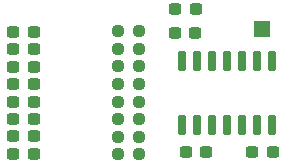
<source format=gts>
G04 #@! TF.GenerationSoftware,KiCad,Pcbnew,(7.0.0)*
G04 #@! TF.CreationDate,2023-10-24T10:40:17-04:00*
G04 #@! TF.ProjectId,Adc Adapter,41646320-4164-4617-9074-65722e6b6963,rev?*
G04 #@! TF.SameCoordinates,Original*
G04 #@! TF.FileFunction,Soldermask,Top*
G04 #@! TF.FilePolarity,Negative*
%FSLAX46Y46*%
G04 Gerber Fmt 4.6, Leading zero omitted, Abs format (unit mm)*
G04 Created by KiCad (PCBNEW (7.0.0)) date 2023-10-24 10:40:17*
%MOMM*%
%LPD*%
G01*
G04 APERTURE LIST*
G04 Aperture macros list*
%AMRoundRect*
0 Rectangle with rounded corners*
0 $1 Rounding radius*
0 $2 $3 $4 $5 $6 $7 $8 $9 X,Y pos of 4 corners*
0 Add a 4 corners polygon primitive as box body*
4,1,4,$2,$3,$4,$5,$6,$7,$8,$9,$2,$3,0*
0 Add four circle primitives for the rounded corners*
1,1,$1+$1,$2,$3*
1,1,$1+$1,$4,$5*
1,1,$1+$1,$6,$7*
1,1,$1+$1,$8,$9*
0 Add four rect primitives between the rounded corners*
20,1,$1+$1,$2,$3,$4,$5,0*
20,1,$1+$1,$4,$5,$6,$7,0*
20,1,$1+$1,$6,$7,$8,$9,0*
20,1,$1+$1,$8,$9,$2,$3,0*%
G04 Aperture macros list end*
%ADD10RoundRect,0.237500X-0.300000X-0.237500X0.300000X-0.237500X0.300000X0.237500X-0.300000X0.237500X0*%
%ADD11RoundRect,0.237500X-0.250000X-0.237500X0.250000X-0.237500X0.250000X0.237500X-0.250000X0.237500X0*%
%ADD12RoundRect,0.237500X0.250000X0.237500X-0.250000X0.237500X-0.250000X-0.237500X0.250000X-0.237500X0*%
%ADD13R,1.350000X1.350000*%
%ADD14RoundRect,0.070000X0.275000X0.750000X-0.275000X0.750000X-0.275000X-0.750000X0.275000X-0.750000X0*%
G04 APERTURE END LIST*
D10*
X105919100Y-73124787D03*
X107644100Y-73124787D03*
X105919100Y-68705187D03*
X107644100Y-68705187D03*
D11*
X114786400Y-73188284D03*
X116611400Y-73188284D03*
D10*
X105919100Y-71651587D03*
X107644100Y-71651587D03*
X119609700Y-62915800D03*
X121334700Y-62915800D03*
D11*
X114786400Y-64240232D03*
X116611400Y-64240232D03*
D10*
X105919100Y-62812387D03*
X107644100Y-62812387D03*
D12*
X116611400Y-71696942D03*
X114786400Y-71696942D03*
D10*
X126162900Y-72999600D03*
X127887900Y-72999600D03*
X120549500Y-72999600D03*
X122274500Y-72999600D03*
D13*
X126949199Y-62585599D03*
D11*
X114786400Y-67222916D03*
X116611400Y-67222916D03*
D14*
X127838200Y-65270400D03*
X126568200Y-65270400D03*
X125298200Y-65270400D03*
X124028200Y-65270400D03*
X122758200Y-65270400D03*
X121488200Y-65270400D03*
X120218200Y-65270400D03*
X120218200Y-70670400D03*
X121488200Y-70670400D03*
X122758200Y-70670400D03*
X124028200Y-70670400D03*
X125298200Y-70670400D03*
X126568200Y-70670400D03*
X127838200Y-70670400D03*
D10*
X105919100Y-70178387D03*
X107644100Y-70178387D03*
D11*
X114786400Y-70205600D03*
X116611400Y-70205600D03*
D12*
X116611400Y-62748890D03*
X114786400Y-62748890D03*
X116611400Y-68714258D03*
X114786400Y-68714258D03*
X116611400Y-65731574D03*
X114786400Y-65731574D03*
D10*
X105919100Y-64285587D03*
X107644100Y-64285587D03*
X105919100Y-65758787D03*
X107644100Y-65758787D03*
X119635100Y-60909200D03*
X121360100Y-60909200D03*
X105919100Y-67231987D03*
X107644100Y-67231987D03*
M02*

</source>
